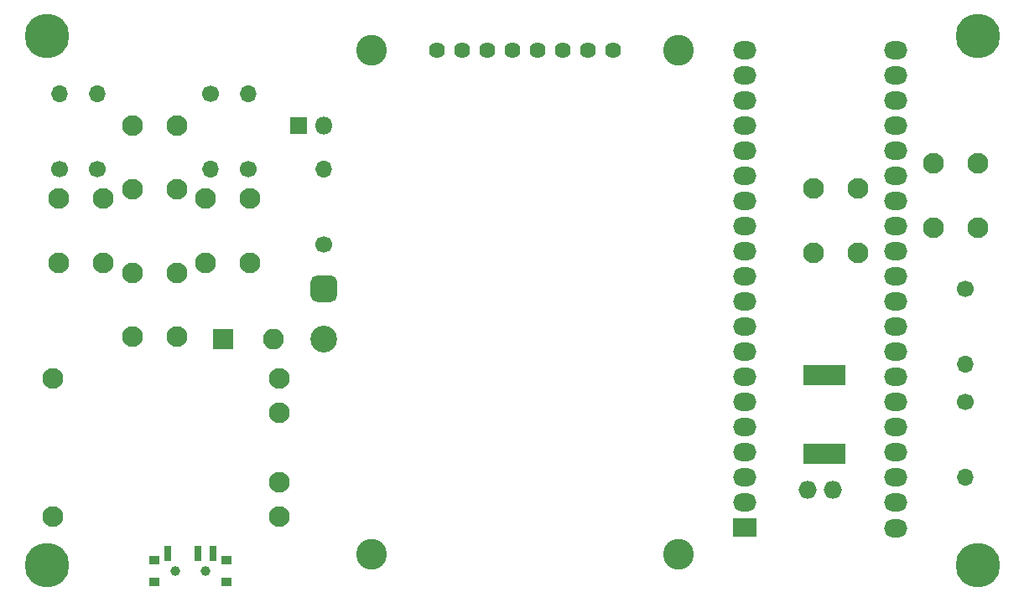
<source format=gbr>
%TF.GenerationSoftware,KiCad,Pcbnew,(5.1.6)-1*%
%TF.CreationDate,2020-07-05T00:12:07+01:00*%
%TF.ProjectId,tetris,74657472-6973-42e6-9b69-6361645f7063,rev?*%
%TF.SameCoordinates,PX26c1e00PY65bcec0*%
%TF.FileFunction,Soldermask,Top*%
%TF.FilePolarity,Negative*%
%FSLAX46Y46*%
G04 Gerber Fmt 4.6, Leading zero omitted, Abs format (unit mm)*
G04 Created by KiCad (PCBNEW (5.1.6)-1) date 2020-07-05 00:12:07*
%MOMM*%
%LPD*%
G01*
G04 APERTURE LIST*
%ADD10R,1.100000X0.900000*%
%ADD11R,0.800000X1.600000*%
%ADD12C,1.000000*%
%ADD13C,3.100000*%
%ADD14C,1.624000*%
%ADD15C,4.500000*%
%ADD16C,2.100000*%
%ADD17O,1.700000X1.700000*%
%ADD18C,1.700000*%
%ADD19C,2.700000*%
%ADD20O,1.800000X1.800000*%
%ADD21R,1.800000X1.800000*%
%ADD22O,2.100000X2.100000*%
%ADD23R,2.100000X2.100000*%
%ADD24R,4.300000X2.100000*%
%ADD25O,1.827200X1.827200*%
%ADD26O,2.350000X1.827200*%
%ADD27R,2.350000X1.827200*%
G04 APERTURE END LIST*
D10*
%TO.C,SW7*%
X13350000Y3030000D03*
X20650000Y3030000D03*
X20650000Y820000D03*
X13350000Y820000D03*
D11*
X19250000Y3680000D03*
X17750000Y3680000D03*
X14750000Y3680000D03*
D12*
X18500000Y1920000D03*
X15500000Y1920000D03*
%TD*%
D13*
%TO.C,U2*%
X35300000Y3610000D03*
X66300000Y3610000D03*
X35300000Y54610000D03*
X66300000Y54610000D03*
D14*
X41910000Y54610000D03*
X44450000Y54610000D03*
X46990000Y54610000D03*
X49530000Y54610000D03*
X52070000Y54610000D03*
X54610000Y54610000D03*
X57150000Y54610000D03*
X59690000Y54610000D03*
%TD*%
D15*
%TO.C, *%
X2500000Y56000000D03*
%TD*%
%TO.C, *%
X96500000Y56000000D03*
%TD*%
%TO.C, *%
X96500000Y2500000D03*
%TD*%
%TO.C, *%
X2500000Y2500000D03*
%TD*%
D16*
%TO.C,U3*%
X25950000Y17900000D03*
X25950000Y21400000D03*
X25950000Y10900000D03*
X25950000Y7400000D03*
X3150000Y21400000D03*
X3150000Y7400000D03*
%TD*%
D17*
%TO.C,R7*%
X30480000Y42545000D03*
D18*
X30480000Y34925000D03*
%TD*%
D19*
%TO.C,J3*%
X30480000Y25400000D03*
G36*
G01*
X29805000Y31830000D02*
X31155000Y31830000D01*
G75*
G02*
X31830000Y31155000I0J-675000D01*
G01*
X31830000Y29805000D01*
G75*
G02*
X31155000Y29130000I-675000J0D01*
G01*
X29805000Y29130000D01*
G75*
G02*
X29130000Y29805000I0J675000D01*
G01*
X29130000Y31155000D01*
G75*
G02*
X29805000Y31830000I675000J0D01*
G01*
G37*
%TD*%
D20*
%TO.C,J2*%
X30480000Y46990000D03*
D21*
X27940000Y46990000D03*
%TD*%
D22*
%TO.C,D1*%
X25400000Y25400000D03*
D23*
X20320000Y25400000D03*
%TD*%
D24*
%TO.C,BZ1*%
X81000000Y13780000D03*
X81000000Y21780000D03*
%TD*%
D25*
%TO.C,U1*%
X79340000Y10109200D03*
X81880000Y10109200D03*
D26*
X88220000Y6248400D03*
X88220000Y8839200D03*
X88220000Y11379200D03*
X88220000Y13919200D03*
X88220000Y16459200D03*
X88220000Y18999200D03*
X88220000Y21539200D03*
X88220000Y24079200D03*
X88220000Y26619200D03*
X88220000Y29159200D03*
X88220000Y31699200D03*
X88220000Y34239200D03*
X88220000Y36779200D03*
X88220000Y39319200D03*
X88220000Y41859200D03*
X88220000Y44399200D03*
X88220000Y46939200D03*
X88220000Y49479200D03*
X88220000Y52019200D03*
X88220000Y54559200D03*
X72980000Y54559200D03*
X72980000Y52019200D03*
X72980000Y49479200D03*
X72980000Y46939200D03*
X72980000Y44399200D03*
X72980000Y41859200D03*
X72980000Y39319200D03*
X72980000Y36779200D03*
X72980000Y34239200D03*
X72980000Y31699200D03*
X72980000Y29159200D03*
X72980000Y26619200D03*
X72980000Y24079200D03*
X72980000Y21539200D03*
X72980000Y18999200D03*
X72980000Y16459200D03*
X72980000Y13919200D03*
X72980000Y11379200D03*
X72980000Y8839200D03*
D27*
X72980000Y6299200D03*
%TD*%
D18*
%TO.C,R6*%
X95250000Y30480000D03*
D17*
X95250000Y22860000D03*
%TD*%
D18*
%TO.C,R5*%
X95250000Y19050000D03*
D17*
X95250000Y11430000D03*
%TD*%
D16*
%TO.C,SW6*%
X92030000Y43170000D03*
X96530000Y43170000D03*
X92030000Y36670000D03*
X96530000Y36670000D03*
%TD*%
%TO.C,SW5*%
X79910000Y40630000D03*
X84410000Y40630000D03*
X79910000Y34130000D03*
X84410000Y34130000D03*
%TD*%
%TO.C,SW4*%
X23030000Y33100000D03*
X18530000Y33100000D03*
X23030000Y39600000D03*
X18530000Y39600000D03*
%TD*%
%TO.C,SW3*%
X15630000Y40500000D03*
X11130000Y40500000D03*
X15630000Y47000000D03*
X11130000Y47000000D03*
%TD*%
%TO.C,SW2*%
X15630000Y25600000D03*
X11130000Y25600000D03*
X15630000Y32100000D03*
X11130000Y32100000D03*
%TD*%
%TO.C,SW1*%
X8230000Y33100000D03*
X3730000Y33100000D03*
X8230000Y39600000D03*
X3730000Y39600000D03*
%TD*%
D18*
%TO.C,R4*%
X19050000Y50165000D03*
D17*
X19050000Y42545000D03*
%TD*%
D18*
%TO.C,R3*%
X22860000Y42545000D03*
D17*
X22860000Y50165000D03*
%TD*%
%TO.C,R2*%
X3810000Y50165000D03*
D18*
X3810000Y42545000D03*
%TD*%
%TO.C,R1*%
X7620000Y42545000D03*
D17*
X7620000Y50165000D03*
%TD*%
M02*

</source>
